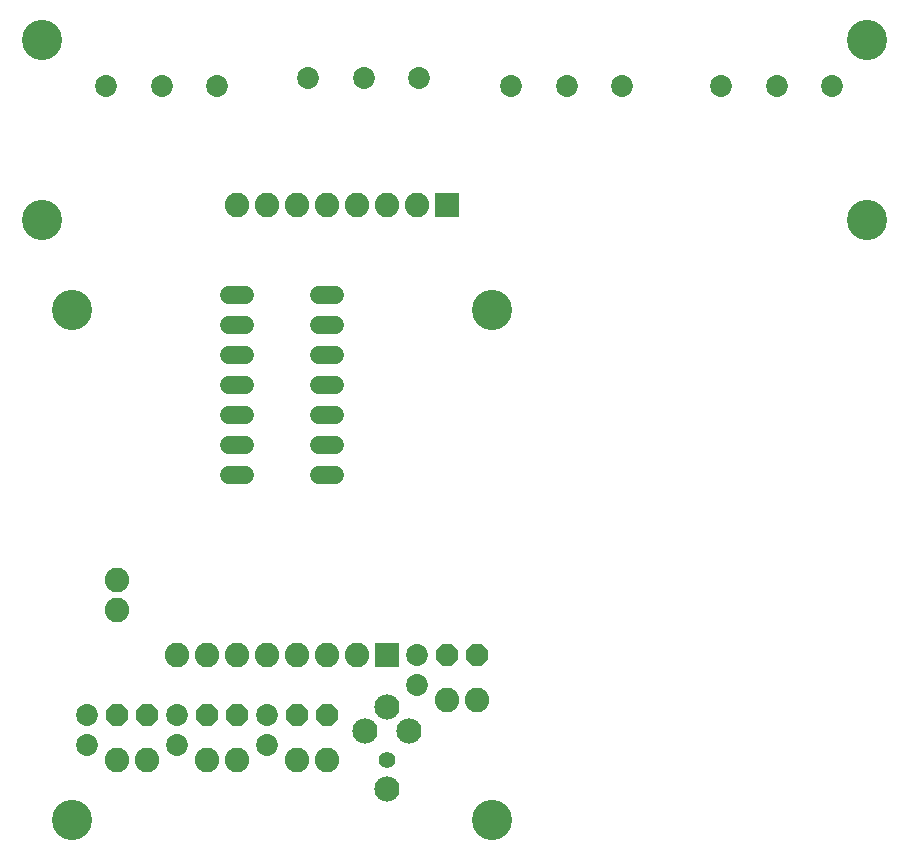
<source format=gbs>
G75*
%MOIN*%
%OFA0B0*%
%FSLAX24Y24*%
%IPPOS*%
%LPD*%
%AMOC8*
5,1,8,0,0,1.08239X$1,22.5*
%
%ADD10C,0.1340*%
%ADD11OC8,0.0740*%
%ADD12C,0.0730*%
%ADD13C,0.0600*%
%ADD14C,0.0820*%
%ADD15R,0.0820X0.0820*%
%ADD16C,0.0840*%
%ADD17C,0.0552*%
%ADD18C,0.0730*%
D10*
X002125Y005000D03*
X016125Y005000D03*
X016125Y022000D03*
X028625Y025000D03*
X028625Y031000D03*
X002125Y022000D03*
X001125Y025000D03*
X001125Y031000D03*
D11*
X014625Y010500D03*
X015625Y010500D03*
X010625Y008500D03*
X009625Y008500D03*
X007625Y008500D03*
X006625Y008500D03*
X004625Y008500D03*
X003625Y008500D03*
D12*
X002625Y008500D03*
X002625Y007500D03*
X005625Y007500D03*
X005625Y008500D03*
X008625Y008500D03*
X008625Y007500D03*
X013625Y009500D03*
X013625Y010500D03*
D13*
X010885Y016500D02*
X010365Y016500D01*
X010365Y017500D02*
X010885Y017500D01*
X010885Y018500D02*
X010365Y018500D01*
X010365Y019500D02*
X010885Y019500D01*
X010885Y020500D02*
X010365Y020500D01*
X010365Y021500D02*
X010885Y021500D01*
X010885Y022500D02*
X010365Y022500D01*
X007885Y022500D02*
X007365Y022500D01*
X007365Y021500D02*
X007885Y021500D01*
X007885Y020500D02*
X007365Y020500D01*
X007365Y019500D02*
X007885Y019500D01*
X007885Y018500D02*
X007365Y018500D01*
X007365Y017500D02*
X007885Y017500D01*
X007885Y016500D02*
X007365Y016500D01*
D14*
X003625Y013000D03*
X003625Y012000D03*
X005625Y010500D03*
X006625Y010500D03*
X007625Y010500D03*
X008625Y010500D03*
X009625Y010500D03*
X010625Y010500D03*
X011625Y010500D03*
X014625Y009000D03*
X015625Y009000D03*
X010625Y007000D03*
X009625Y007000D03*
X007625Y007000D03*
X006625Y007000D03*
X004625Y007000D03*
X003625Y007000D03*
X007625Y025500D03*
X008625Y025500D03*
X009625Y025500D03*
X010625Y025500D03*
X011625Y025500D03*
X012625Y025500D03*
X013625Y025500D03*
D15*
X014625Y025500D03*
X012625Y010500D03*
D16*
X012625Y008772D03*
X011897Y007984D03*
X013353Y007984D03*
X012625Y006055D03*
D17*
X012625Y007000D03*
D18*
X016763Y029492D03*
X018625Y029492D03*
X020464Y029496D03*
X023763Y029492D03*
X025625Y029492D03*
X027464Y029496D03*
X013714Y029746D03*
X011875Y029742D03*
X010013Y029742D03*
X006964Y029496D03*
X005125Y029492D03*
X003263Y029492D03*
M02*

</source>
